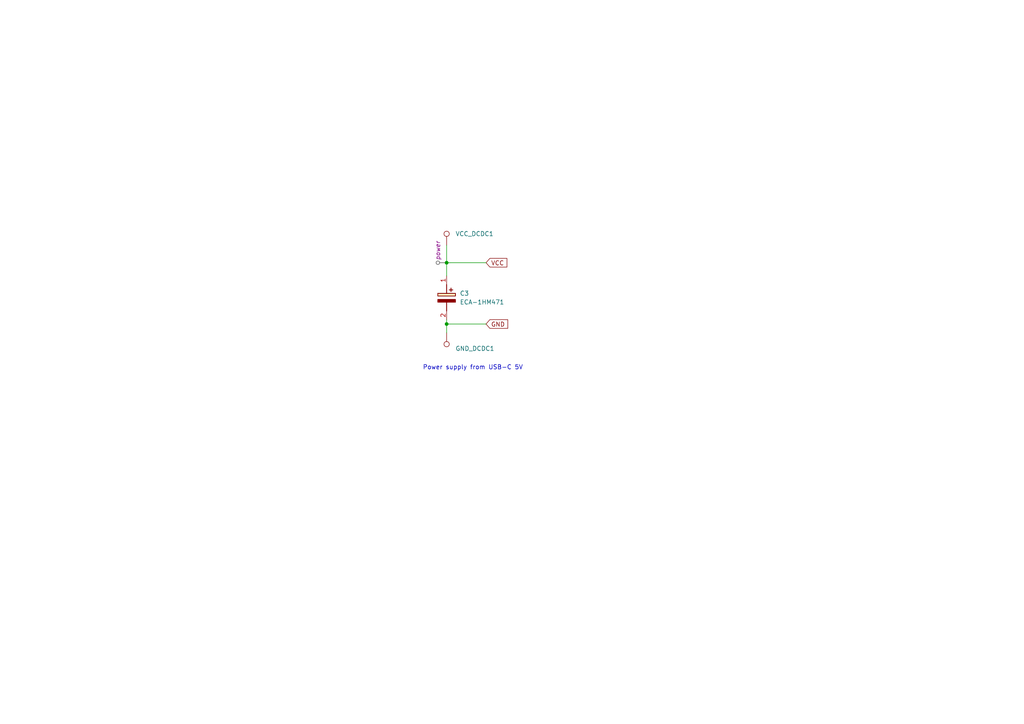
<source format=kicad_sch>
(kicad_sch (version 20231120) (generator "eeschema") (generator_version "8.0")
  (paper "A4")
  (title_block (title "Power supply") (date "2024-11-23") (rev "1"))
  (lib_symbols
    (symbol "Connector:TestPoint" (pin_numbers hide) (pin_names (offset 0.762) hide)
      (property "Reference" "TP" (at 0 6.858 0))
      (property "Value" "TestPoint" (at 0 5.08 0))
      (symbol "TestPoint_0_1"
        (circle (center 0 3.302) (radius 0.762))
      )
      (symbol "TestPoint_1_1"
        (pin passive line (at 0 0 90) (length 2.54) (name "1") (number "1"))
      )
    )
    (symbol "Samacsys:ECA-1HM471" (pin_names hide)
      (property "Reference" "C" (at 8.89 6.35 0))
      (property "Value" "ECA-1HM471" (at 8.89 3.81 0))
      (symbol "ECA-1HM471_1_1"
        (polyline (pts (xy 2.54 0) (xy 5.08 0)) (stroke (width 0.254)))
        (polyline (pts (xy 4.064 1.778) (xy 4.064 0.762)) (stroke (width 0.254)))
        (polyline (pts (xy 4.572 1.27) (xy 3.556 1.27)) (stroke (width 0.254)))
        (polyline (pts (xy 7.62 0) (xy 10.16 0)) (stroke (width 0.254)))
        (polyline (pts (xy 7.62 2.54) (xy 7.62 -2.54) (xy 6.858 -2.54) (xy 6.858 2.54) (xy 7.62 2.54)) (stroke (width 0.254)) (fill (type outline)))
        (rectangle (start 5.08 2.54) (end 5.842 -2.54) (stroke (width 0.254)) (fill (type background)))
        (pin passive line (at 0 0 0) (length 2.54) (name "+") (number "1"))
        (pin passive line (at 12.7 0 180) (length 2.54) (name "-") (number "2"))
      )
    )
  )
  (junction (at 129.54 93.98))
  (junction (at 129.54 76.2))
  (wire (pts (xy 129.54 93.98) (xy 129.54 96.52)))
  (wire (pts (xy 140.97 76.2) (xy 129.54 76.2)))
  (wire (pts (xy 129.54 76.2) (xy 129.54 80.01)))
  (wire (pts (xy 129.54 92.71) (xy 129.54 93.98)))
  (wire (pts (xy 129.54 71.12) (xy 129.54 76.2)))
  (wire (pts (xy 140.97 93.98) (xy 129.54 93.98)))
  (text "Power supply from USB-C 5V" (at 137.16 106.68 0) (effects (font (size 1.27 1.27))))
  (global_label "GND" (shape input) (at 140.97 93.98 0) (property "Intersheetrefs" "${INTERSHEET_REFS}" (effects (hide yes))))
  (global_label "VCC" (shape input) (at 140.97 76.2 0) (property "Intersheetrefs" "${INTERSHEET_REFS}" (effects (hide yes))))
  (netclass_flag "" (length 2.54) (shape round) (at 129.54 76.2 90) (property "Netclass" "power" (at 127 75.5015 90) (effects (font (italic yes)) (justify left))))
  (symbol (lib_id "Connector:TestPoint") (at 129.54 96.52 0) (mirror x) (unit 1)
    (property "Reference" "GND_DCDC1" (at 132.08 101.0921 0) (effects (justify left)))
    (property "Value" "M-" (effects (hide yes)))
    (property "Footprint" "TestPoint:TestPoint_Keystone_5000-5004_Miniature" (effects (hide yes)))
    (property "Description" "test point" (effects (hide yes)))
  )
  (symbol (lib_id "Samacsys:ECA-1HM471") (at 129.54 80.01 270) (unit 1)
    (property "Reference" "C3" (at 133.35 85.0899 90) (effects (justify left)))
    (property "Value" "ECA-1HM471" (at 133.35 87.6299 90) (effects (justify left)))
    (property "Footprint" "Samacsys:CAPPRD500W65D1000H2200" (effects (hide yes)))
    (property "Datasheet" "http://industrial.panasonic.com/cdbs/www-data/pdf/RDF0000/ABA0000C1218.pdf" (effects (hide yes)))
    (property "Description" "PANASONIC - ECA-1HM471 - Electrolytic Capacitor, 470 F, 50 V, M Series, +/- 20%, Radial Leaded, 10 mm" (effects (hide yes)))
    (property "Height" "22" (effects (hide yes)))
    (property "Manufacturer_Name" "Panasonic" (effects (hide yes)))
    (property "Manufacturer_Part_Number" "ECA-1HM471" (effects (hide yes)))
    (property "Arrow Part Number" "ECA-1HM471" (effects (hide yes)))
    (property "Arrow Price/Stock" "https://www.arrow.com/en/products/eca-1hm471/panasonic" (effects (hide yes)))
  )
  (symbol (lib_id "Connector:TestPoint") (at 129.54 71.12 0) (unit 1)
    (property "Reference" "VCC_DCDC1" (at 132.08 67.8179 0) (effects (justify left)))
    (property "Value" "M+" (effects (hide yes)))
    (property "Footprint" "TestPoint:TestPoint_Keystone_5000-5004_Miniature" (effects (hide yes)))
    (property "Description" "test point" (effects (hide yes)))
  )
)
</source>
